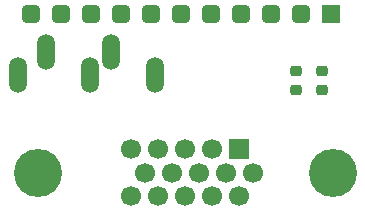
<source format=gbr>
G04 #@! TF.GenerationSoftware,KiCad,Pcbnew,(6.0.1-0)*
G04 #@! TF.CreationDate,2022-02-24T13:12:43-05:00*
G04 #@! TF.ProjectId,DC2VGA_Horizontal,44433256-4741-45f4-986f-72697a6f6e74,1*
G04 #@! TF.SameCoordinates,Original*
G04 #@! TF.FileFunction,Soldermask,Top*
G04 #@! TF.FilePolarity,Negative*
%FSLAX46Y46*%
G04 Gerber Fmt 4.6, Leading zero omitted, Abs format (unit mm)*
G04 Created by KiCad (PCBNEW (6.0.1-0)) date 2022-02-24 13:12:43*
%MOMM*%
%LPD*%
G01*
G04 APERTURE LIST*
G04 Aperture macros list*
%AMRoundRect*
0 Rectangle with rounded corners*
0 $1 Rounding radius*
0 $2 $3 $4 $5 $6 $7 $8 $9 X,Y pos of 4 corners*
0 Add a 4 corners polygon primitive as box body*
4,1,4,$2,$3,$4,$5,$6,$7,$8,$9,$2,$3,0*
0 Add four circle primitives for the rounded corners*
1,1,$1+$1,$2,$3*
1,1,$1+$1,$4,$5*
1,1,$1+$1,$6,$7*
1,1,$1+$1,$8,$9*
0 Add four rect primitives between the rounded corners*
20,1,$1+$1,$2,$3,$4,$5,0*
20,1,$1+$1,$4,$5,$6,$7,0*
20,1,$1+$1,$6,$7,$8,$9,0*
20,1,$1+$1,$8,$9,$2,$3,0*%
G04 Aperture macros list end*
%ADD10R,1.700000X1.700000*%
%ADD11C,1.700000*%
%ADD12C,4.066000*%
%ADD13O,1.508000X3.016000*%
%ADD14R,1.524000X1.524000*%
%ADD15RoundRect,0.381000X-0.381000X-0.381000X0.381000X-0.381000X0.381000X0.381000X-0.381000X0.381000X0*%
%ADD16RoundRect,0.225000X-0.250000X0.225000X-0.250000X-0.225000X0.250000X-0.225000X0.250000X0.225000X0*%
G04 APERTURE END LIST*
D10*
X146725000Y-107595000D03*
D11*
X144435000Y-107595000D03*
X142145000Y-107595000D03*
X139855000Y-107595000D03*
X137565000Y-107595000D03*
X147870000Y-109575000D03*
X145580000Y-109575000D03*
X143290000Y-109575000D03*
X141000000Y-109575000D03*
X138710000Y-109575000D03*
X146725000Y-111555000D03*
X144435000Y-111555000D03*
X142145000Y-111555000D03*
X139855000Y-111555000D03*
X137565000Y-111555000D03*
D12*
X129650000Y-109575000D03*
X154640000Y-109575000D03*
D13*
X127950000Y-101350000D03*
X130350000Y-99350000D03*
X135850000Y-99350000D03*
X139550000Y-101350000D03*
X134050000Y-101350000D03*
D14*
X154487181Y-96168903D03*
D15*
X151947181Y-96168903D03*
X149407181Y-96168903D03*
X134167181Y-96168903D03*
X131627181Y-96168903D03*
X141787181Y-96168903D03*
X139247181Y-96168903D03*
X129087181Y-96168903D03*
X136707181Y-96168903D03*
X146867181Y-96168903D03*
X144327181Y-96168903D03*
D16*
X153700000Y-101000000D03*
X153700000Y-102550000D03*
X151550000Y-101000000D03*
X151550000Y-102550000D03*
M02*

</source>
